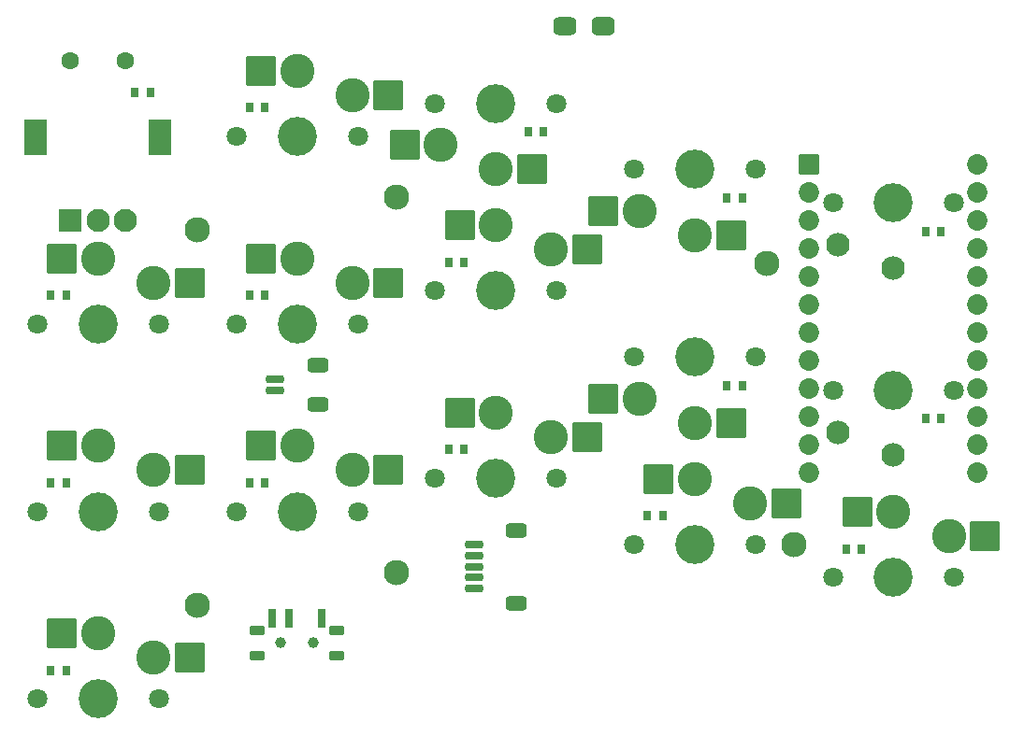
<source format=gbr>
%TF.GenerationSoftware,KiCad,Pcbnew,(7.0.0-0)*%
%TF.CreationDate,2023-02-22T17:50:19+08:00*%
%TF.ProjectId,left,6c656674-2e6b-4696-9361-645f70636258,v1.0.0*%
%TF.SameCoordinates,Original*%
%TF.FileFunction,Soldermask,Bot*%
%TF.FilePolarity,Negative*%
%FSLAX46Y46*%
G04 Gerber Fmt 4.6, Leading zero omitted, Abs format (unit mm)*
G04 Created by KiCad (PCBNEW (7.0.0-0)) date 2023-02-22 17:50:19*
%MOMM*%
%LPD*%
G01*
G04 APERTURE LIST*
G04 Aperture macros list*
%AMRoundRect*
0 Rectangle with rounded corners*
0 $1 Rounding radius*
0 $2 $3 $4 $5 $6 $7 $8 $9 X,Y pos of 4 corners*
0 Add a 4 corners polygon primitive as box body*
4,1,4,$2,$3,$4,$5,$6,$7,$8,$9,$2,$3,0*
0 Add four circle primitives for the rounded corners*
1,1,$1+$1,$2,$3*
1,1,$1+$1,$4,$5*
1,1,$1+$1,$6,$7*
1,1,$1+$1,$8,$9*
0 Add four rect primitives between the rounded corners*
20,1,$1+$1,$2,$3,$4,$5,0*
20,1,$1+$1,$4,$5,$6,$7,0*
20,1,$1+$1,$6,$7,$8,$9,0*
20,1,$1+$1,$8,$9,$2,$3,0*%
G04 Aperture macros list end*
%ADD10C,3.529000*%
%ADD11C,1.801800*%
%ADD12C,3.100000*%
%ADD13RoundRect,0.050000X-1.300000X-1.300000X1.300000X-1.300000X1.300000X1.300000X-1.300000X1.300000X0*%
%ADD14RoundRect,0.050000X0.300000X0.350000X-0.300000X0.350000X-0.300000X-0.350000X0.300000X-0.350000X0*%
%ADD15RoundRect,0.050000X-0.300000X-0.350000X0.300000X-0.350000X0.300000X0.350000X-0.300000X0.350000X0*%
%ADD16C,2.132000*%
%ADD17RoundRect,0.050000X1.000000X-1.000000X1.000000X1.000000X-1.000000X1.000000X-1.000000X-1.000000X0*%
%ADD18C,2.100000*%
%ADD19C,1.600000*%
%ADD20RoundRect,0.050000X1.000000X-1.600000X1.000000X1.600000X-1.000000X1.600000X-1.000000X-1.600000X0*%
%ADD21C,1.000000*%
%ADD22RoundRect,0.050000X-0.300000X0.762000X-0.300000X-0.762000X0.300000X-0.762000X0.300000X0.762000X0*%
%ADD23RoundRect,0.050000X0.600000X0.350000X-0.600000X0.350000X-0.600000X-0.350000X0.600000X-0.350000X0*%
%ADD24RoundRect,0.431000X0.619000X0.381000X-0.619000X0.381000X-0.619000X-0.381000X0.619000X-0.381000X0*%
%ADD25RoundRect,0.428000X0.622000X0.378000X-0.622000X0.378000X-0.622000X-0.378000X0.622000X-0.378000X0*%
%ADD26RoundRect,0.050000X-0.876300X0.876300X-0.876300X-0.876300X0.876300X-0.876300X0.876300X0.876300X0*%
%ADD27C,1.852600*%
%ADD28RoundRect,0.200000X-0.625000X0.150000X-0.625000X-0.150000X0.625000X-0.150000X0.625000X0.150000X0*%
%ADD29RoundRect,0.300000X-0.650000X0.350000X-0.650000X-0.350000X0.650000X-0.350000X0.650000X0.350000X0*%
%ADD30C,2.300000*%
G04 APERTURE END LIST*
D10*
%TO.C,S1*%
X0Y34000000D03*
D11*
X-5500000Y34000000D03*
X5500000Y34000000D03*
D12*
X5000000Y37750000D03*
X0Y39950000D03*
D13*
X-3275000Y39950000D03*
X8275000Y37750000D03*
%TD*%
D14*
%TO.C,D1*%
X-2900000Y36600000D03*
X-4300000Y36600000D03*
%TD*%
D10*
%TO.C,S2*%
X0Y17000000D03*
D11*
X-5500000Y17000000D03*
X5500000Y17000000D03*
D12*
X5000000Y20750000D03*
X0Y22950000D03*
D13*
X-3275000Y22950000D03*
X8275000Y20750000D03*
%TD*%
D14*
%TO.C,D2*%
X-2900000Y19600000D03*
X-4300000Y19600000D03*
%TD*%
D10*
%TO.C,S3*%
X0Y0D03*
D11*
X-5500000Y0D03*
X5500000Y0D03*
D12*
X5000000Y3750000D03*
X0Y5950000D03*
D13*
X-3275000Y5950000D03*
X8275000Y3750000D03*
%TD*%
D14*
%TO.C,D3*%
X-2900000Y2600000D03*
X-4300000Y2600000D03*
%TD*%
D10*
%TO.C,S4*%
X18000000Y51000000D03*
D11*
X12500000Y51000000D03*
X23500000Y51000000D03*
D12*
X23000000Y54750000D03*
X18000000Y56950000D03*
D13*
X14725000Y56950000D03*
X26275000Y54750000D03*
%TD*%
D14*
%TO.C,D4*%
X15100000Y53600000D03*
X13700000Y53600000D03*
%TD*%
D10*
%TO.C,S5*%
X18000000Y34000000D03*
D11*
X12500000Y34000000D03*
X23500000Y34000000D03*
D12*
X23000000Y37750000D03*
X18000000Y39950000D03*
D13*
X14725000Y39950000D03*
X26275000Y37750000D03*
%TD*%
D14*
%TO.C,D5*%
X15100000Y36600000D03*
X13700000Y36600000D03*
%TD*%
D10*
%TO.C,S6*%
X18000000Y17000000D03*
D11*
X12500000Y17000000D03*
X23500000Y17000000D03*
D12*
X23000000Y20750000D03*
X18000000Y22950000D03*
D13*
X14725000Y22950000D03*
X26275000Y20750000D03*
%TD*%
D14*
%TO.C,D6*%
X15100000Y19600000D03*
X13700000Y19600000D03*
%TD*%
D10*
%TO.C,S7*%
X36000000Y54000000D03*
D11*
X41500000Y54000000D03*
X30500000Y54000000D03*
D12*
X31000000Y50250000D03*
X36000000Y48050000D03*
D13*
X39275000Y48050000D03*
X27725000Y50250000D03*
%TD*%
D15*
%TO.C,D7*%
X38900000Y51400000D03*
X40300000Y51400000D03*
%TD*%
D10*
%TO.C,S8*%
X36000000Y37000000D03*
D11*
X30500000Y37000000D03*
X41500000Y37000000D03*
D12*
X41000000Y40750000D03*
X36000000Y42950000D03*
D13*
X32725000Y42950000D03*
X44275000Y40750000D03*
%TD*%
D14*
%TO.C,D8*%
X33100000Y39600000D03*
X31700000Y39600000D03*
%TD*%
D10*
%TO.C,S9*%
X36000000Y20000000D03*
D11*
X30500000Y20000000D03*
X41500000Y20000000D03*
D12*
X41000000Y23750000D03*
X36000000Y25950000D03*
D13*
X32725000Y25950000D03*
X44275000Y23750000D03*
%TD*%
D14*
%TO.C,D9*%
X33100000Y22600000D03*
X31700000Y22600000D03*
%TD*%
D10*
%TO.C,S10*%
X54000000Y48000000D03*
D11*
X59500000Y48000000D03*
X48500000Y48000000D03*
D12*
X49000000Y44250000D03*
X54000000Y42050000D03*
D13*
X57275000Y42050000D03*
X45725000Y44250000D03*
%TD*%
D15*
%TO.C,D10*%
X56900000Y45400000D03*
X58300000Y45400000D03*
%TD*%
D10*
%TO.C,S11*%
X54000000Y31000000D03*
D11*
X59500000Y31000000D03*
X48500000Y31000000D03*
D12*
X49000000Y27250000D03*
X54000000Y25050000D03*
D13*
X57275000Y25050000D03*
X45725000Y27250000D03*
%TD*%
D15*
%TO.C,D11*%
X56900000Y28400000D03*
X58300000Y28400000D03*
%TD*%
D10*
%TO.C,S12*%
X54000000Y14000000D03*
D11*
X48500000Y14000000D03*
X59500000Y14000000D03*
D12*
X59000000Y17750000D03*
X54000000Y19950000D03*
D13*
X50725000Y19950000D03*
X62275000Y17750000D03*
%TD*%
D14*
%TO.C,D12*%
X51100000Y16600000D03*
X49700000Y16600000D03*
%TD*%
D10*
%TO.C,S13*%
X72000000Y45000000D03*
D11*
X77500000Y45000000D03*
X66500000Y45000000D03*
D16*
X67000000Y41200000D03*
X72000000Y39100000D03*
%TD*%
D15*
%TO.C,D13*%
X74900000Y42400000D03*
X76300000Y42400000D03*
%TD*%
D10*
%TO.C,S14*%
X72000000Y28000000D03*
D11*
X77500000Y28000000D03*
X66500000Y28000000D03*
D16*
X67000000Y24200000D03*
X72000000Y22100000D03*
%TD*%
D15*
%TO.C,D14*%
X74900000Y25400000D03*
X76300000Y25400000D03*
%TD*%
D10*
%TO.C,S15*%
X72000000Y11000000D03*
D11*
X66500000Y11000000D03*
X77500000Y11000000D03*
D12*
X77000000Y14750000D03*
X72000000Y16950000D03*
D13*
X68725000Y16950000D03*
X80275000Y14750000D03*
%TD*%
D14*
%TO.C,D15*%
X69100000Y13600000D03*
X67700000Y13600000D03*
%TD*%
D17*
%TO.C,ROT1*%
X-2540000Y43380000D03*
D18*
X-40000Y43380000D03*
X2460000Y43380000D03*
D19*
X-2540000Y57880000D03*
X2460000Y57880000D03*
D20*
X-5640000Y50880000D03*
X5560000Y50880000D03*
%TD*%
D14*
%TO.C,D16*%
X4700000Y55000000D03*
X3300000Y55000000D03*
%TD*%
D21*
%TO.C,SS1*%
X19500000Y5070000D03*
X16500000Y5070000D03*
D22*
X20250000Y7320000D03*
X17250000Y7320000D03*
X15750000Y7320000D03*
D23*
X21600000Y3920000D03*
X21600000Y6220000D03*
X14400000Y3920000D03*
X14400000Y6220000D03*
%TD*%
D24*
%TO.C,SB1*%
X45750000Y61000000D03*
D25*
X42250000Y61000000D03*
%TD*%
D26*
%TO.C,MCU1*%
X64380000Y48470000D03*
D27*
X64380000Y45930000D03*
X64380000Y43390000D03*
X64380000Y40850000D03*
X64380000Y38310000D03*
X64380000Y35770000D03*
X64380000Y33230000D03*
X64380000Y30690000D03*
X64380000Y28150000D03*
X64380000Y25610000D03*
X64380000Y23070000D03*
X64380000Y20530000D03*
X79620000Y48470000D03*
X79620000Y45930000D03*
X79620000Y43390000D03*
X79620000Y40850000D03*
X79620000Y38310000D03*
X79620000Y35770000D03*
X79620000Y33230000D03*
X79620000Y30690000D03*
X79620000Y28150000D03*
X79620000Y25610000D03*
X79620000Y23070000D03*
X79620000Y20530000D03*
%TD*%
D28*
%TO.C,JB1*%
X16000000Y28000000D03*
X16000000Y29000000D03*
D29*
X19875000Y26700000D03*
X19875000Y30300000D03*
%TD*%
D28*
%TO.C,JC1*%
X34000000Y10000000D03*
X34000000Y11000000D03*
X34000000Y12000000D03*
X34000000Y13000000D03*
X34000000Y14000000D03*
D29*
X37875000Y15300000D03*
X37875000Y8700000D03*
%TD*%
D30*
%TO.C,H1*%
X9000000Y8500000D03*
%TD*%
%TO.C,H2*%
X9000000Y42500000D03*
%TD*%
%TO.C,H3*%
X27000000Y11500000D03*
%TD*%
%TO.C,H4*%
X27000000Y45500000D03*
%TD*%
%TO.C,H5*%
X63000000Y14000000D03*
%TD*%
%TO.C,H6*%
X60500000Y39500000D03*
%TD*%
M02*

</source>
